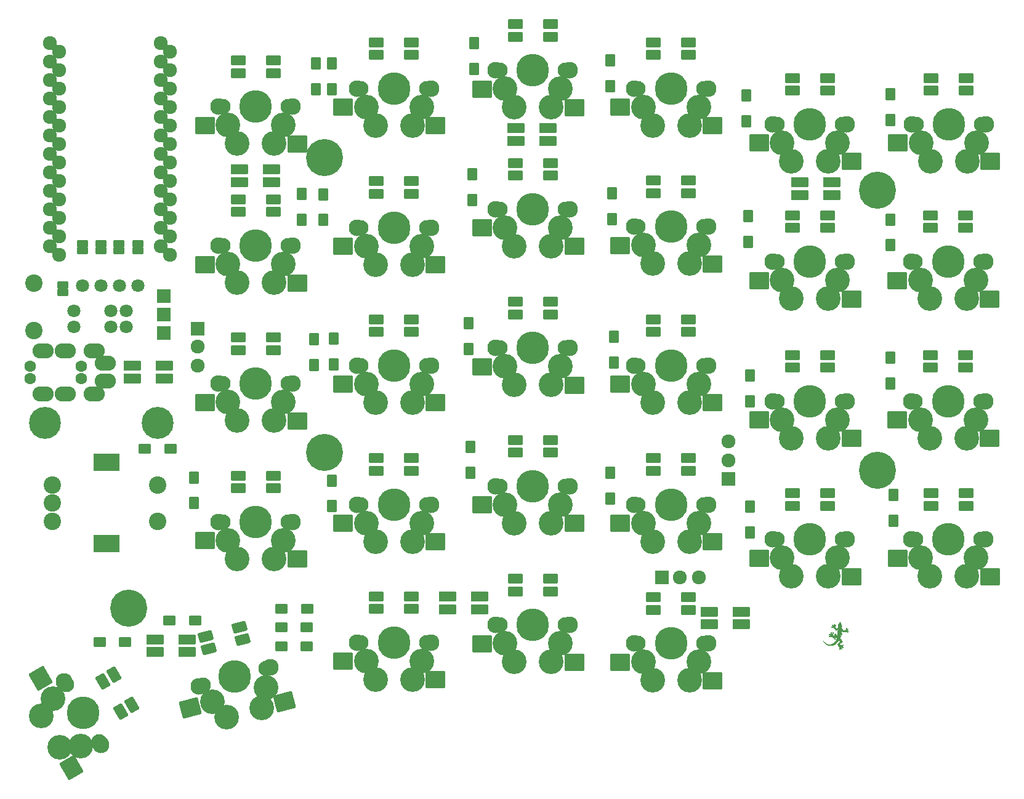
<source format=gts>
G04 #@! TF.GenerationSoftware,KiCad,Pcbnew,8.0.4*
G04 #@! TF.CreationDate,2024-08-04T16:07:20+05:30*
G04 #@! TF.ProjectId,SofleKeyboard,536f666c-654b-4657-9962-6f6172642e6b,rev?*
G04 #@! TF.SameCoordinates,Original*
G04 #@! TF.FileFunction,Soldermask,Top*
G04 #@! TF.FilePolarity,Negative*
%FSLAX46Y46*%
G04 Gerber Fmt 4.6, Leading zero omitted, Abs format (unit mm)*
G04 Created by KiCad (PCBNEW 8.0.4) date 2024-08-04 16:07:20*
%MOMM*%
%LPD*%
G01*
G04 APERTURE LIST*
G04 Aperture macros list*
%AMRoundRect*
0 Rectangle with rounded corners*
0 $1 Rounding radius*
0 $2 $3 $4 $5 $6 $7 $8 $9 X,Y pos of 4 corners*
0 Add a 4 corners polygon primitive as box body*
4,1,4,$2,$3,$4,$5,$6,$7,$8,$9,$2,$3,0*
0 Add four circle primitives for the rounded corners*
1,1,$1+$1,$2,$3*
1,1,$1+$1,$4,$5*
1,1,$1+$1,$6,$7*
1,1,$1+$1,$8,$9*
0 Add four rect primitives between the rounded corners*
20,1,$1+$1,$2,$3,$4,$5,0*
20,1,$1+$1,$4,$5,$6,$7,0*
20,1,$1+$1,$6,$7,$8,$9,0*
20,1,$1+$1,$8,$9,$2,$3,0*%
G04 Aperture macros list end*
%ADD10C,0.010000*%
%ADD11RoundRect,0.200000X-1.000000X-0.500000X1.000000X-0.500000X1.000000X0.500000X-1.000000X0.500000X0*%
%ADD12RoundRect,0.200000X1.000000X0.500000X-1.000000X0.500000X-1.000000X-0.500000X1.000000X-0.500000X0*%
%ADD13RoundRect,0.200000X-0.762000X0.762000X-0.762000X-0.762000X0.762000X-0.762000X0.762000X0.762000X0*%
%ADD14RoundRect,0.200000X0.762000X0.762000X-0.762000X0.762000X-0.762000X-0.762000X0.762000X-0.762000X0*%
%ADD15C,1.924000*%
%ADD16RoundRect,0.200000X0.762000X-0.762000X0.762000X0.762000X-0.762000X0.762000X-0.762000X-0.762000X0*%
%ADD17RoundRect,0.200000X0.800000X0.500000X-0.800000X0.500000X-0.800000X-0.500000X0.800000X-0.500000X0*%
%ADD18C,3.400000*%
%ADD19C,4.500000*%
%ADD20C,2.100000*%
%ADD21RoundRect,0.200000X-1.150000X-1.000000X1.150000X-1.000000X1.150000X1.000000X-1.150000X1.000000X0*%
%ADD22C,2.300000*%
%ADD23RoundRect,0.200000X-0.650000X-0.475000X0.650000X-0.475000X0.650000X0.475000X-0.650000X0.475000X0*%
%ADD24RoundRect,0.200000X-0.475000X0.650000X-0.475000X-0.650000X0.475000X-0.650000X0.475000X0.650000X0*%
%ADD25RoundRect,0.200000X-0.851996X-1.263568X1.369634X-0.668284X0.851996X1.263568X-1.369634X0.668284X0*%
%ADD26RoundRect,0.200000X0.643331X0.690018X-0.902150X0.275908X-0.643331X-0.690018X0.902150X-0.275908X0*%
%ADD27RoundRect,0.200000X-1.441025X0.495929X-0.291025X-1.495929X1.441025X-0.495929X0.291025X1.495929X0*%
%ADD28RoundRect,0.200000X0.833013X-0.442820X0.033013X0.942820X-0.833013X0.442820X-0.033013X-0.942820X0*%
%ADD29C,4.400000*%
%ADD30C,1.797000*%
%ADD31RoundRect,0.200000X-0.571500X0.317500X-0.571500X-0.317500X0.571500X-0.317500X0.571500X0.317500X0*%
%ADD32C,2.400000*%
%ADD33RoundRect,0.200000X0.571500X-0.317500X0.571500X0.317500X-0.571500X0.317500X-0.571500X-0.317500X0*%
%ADD34C,5.100000*%
%ADD35RoundRect,0.200000X-1.600000X-1.000000X1.600000X-1.000000X1.600000X1.000000X-1.600000X1.000000X0*%
%ADD36C,1.600000*%
%ADD37O,2.900000X2.100000*%
G04 APERTURE END LIST*
D10*
X200851318Y-120904032D02*
X200879566Y-120948878D01*
X200910606Y-121018368D01*
X200924278Y-121053363D01*
X200946844Y-121109544D01*
X200967741Y-121155842D01*
X200984739Y-121187691D01*
X200995612Y-121200526D01*
X200996125Y-121200595D01*
X201007513Y-121212147D01*
X201011992Y-121243160D01*
X201012000Y-121244792D01*
X201016997Y-121286612D01*
X201029270Y-121331809D01*
X201031708Y-121338243D01*
X201040080Y-121362436D01*
X201044426Y-121387074D01*
X201044778Y-121418171D01*
X201041165Y-121461743D01*
X201033616Y-121523805D01*
X201032658Y-121531171D01*
X201013898Y-121674841D01*
X201154872Y-121859995D01*
X201199855Y-121919074D01*
X201239325Y-121970909D01*
X201270787Y-122012224D01*
X201291748Y-122039744D01*
X201299674Y-122050143D01*
X201313704Y-122050137D01*
X201345604Y-122043278D01*
X201389384Y-122031427D01*
X201439058Y-122016447D01*
X201488637Y-122000200D01*
X201532132Y-121984549D01*
X201563556Y-121971356D01*
X201575376Y-121964398D01*
X201596102Y-121938792D01*
X201620849Y-121897920D01*
X201645846Y-121849484D01*
X201667324Y-121801187D01*
X201681511Y-121760730D01*
X201685100Y-121740268D01*
X201693261Y-121711887D01*
X201712639Y-121698151D01*
X201735574Y-121703704D01*
X201739610Y-121707230D01*
X201747711Y-121725419D01*
X201738756Y-121746844D01*
X201729490Y-121774125D01*
X201723922Y-121814532D01*
X201723200Y-121834571D01*
X201726946Y-121878386D01*
X201739701Y-121902353D01*
X201763732Y-121906956D01*
X201801311Y-121892678D01*
X201851845Y-121861918D01*
X201896550Y-121832694D01*
X201925006Y-121816692D01*
X201941757Y-121812548D01*
X201951347Y-121818898D01*
X201956832Y-121830396D01*
X201958613Y-121858223D01*
X201939343Y-121872436D01*
X201926717Y-121873700D01*
X201904223Y-121883822D01*
X201876807Y-121909034D01*
X201850696Y-121941604D01*
X201832118Y-121973800D01*
X201827172Y-121997289D01*
X201840575Y-122015955D01*
X201868790Y-122036072D01*
X201903392Y-122053490D01*
X201935955Y-122064061D01*
X201958055Y-122063635D01*
X201959715Y-122062560D01*
X201981588Y-122056743D01*
X202004269Y-122064223D01*
X202015097Y-122080685D01*
X202015105Y-122081433D01*
X202006737Y-122111269D01*
X201985707Y-122121722D01*
X201966950Y-122116311D01*
X201934941Y-122106136D01*
X201894157Y-122101960D01*
X201853043Y-122103474D01*
X201820045Y-122110373D01*
X201803648Y-122122245D01*
X201807824Y-122141525D01*
X201825994Y-122169735D01*
X201852145Y-122200156D01*
X201880265Y-122226069D01*
X201904341Y-122240755D01*
X201910810Y-122242000D01*
X201923501Y-122250785D01*
X201923970Y-122270531D01*
X201914464Y-122291321D01*
X201897228Y-122303239D01*
X201896924Y-122303299D01*
X201874724Y-122297040D01*
X201867287Y-122282805D01*
X201853162Y-122266503D01*
X201821302Y-122244374D01*
X201777773Y-122219464D01*
X201728638Y-122194819D01*
X201679963Y-122173484D01*
X201637813Y-122158507D01*
X201608696Y-122152933D01*
X201585049Y-122154720D01*
X201541811Y-122159741D01*
X201484485Y-122167294D01*
X201418573Y-122176677D01*
X201395794Y-122180069D01*
X201331186Y-122189436D01*
X201276188Y-122196728D01*
X201235344Y-122201395D01*
X201213198Y-122202888D01*
X201210582Y-122202461D01*
X201202850Y-122190453D01*
X201184297Y-122160898D01*
X201157459Y-122117852D01*
X201124868Y-122065373D01*
X201114033Y-122047887D01*
X201080281Y-121994209D01*
X201051348Y-121949739D01*
X201029750Y-121918227D01*
X201018004Y-121903425D01*
X201016718Y-121902847D01*
X201016221Y-121916252D01*
X201017225Y-121951575D01*
X201019569Y-122005393D01*
X201023092Y-122074278D01*
X201027630Y-122154805D01*
X201032195Y-122230310D01*
X201052293Y-122553150D01*
X200924235Y-122798899D01*
X200887146Y-122871453D01*
X200855074Y-122936857D01*
X200829605Y-122991654D01*
X200812321Y-123032389D01*
X200804808Y-123055605D01*
X200804914Y-123059249D01*
X200814650Y-123073371D01*
X200837103Y-123104880D01*
X200870019Y-123150643D01*
X200911142Y-123207531D01*
X200958217Y-123272410D01*
X200982930Y-123306386D01*
X201031738Y-123373707D01*
X201075293Y-123434305D01*
X201111431Y-123485125D01*
X201137987Y-123523114D01*
X201152797Y-123545217D01*
X201155128Y-123549381D01*
X201146186Y-123559580D01*
X201119520Y-123582363D01*
X201078007Y-123615460D01*
X201024525Y-123656601D01*
X200961953Y-123703513D01*
X200929450Y-123727476D01*
X200863158Y-123776368D01*
X200804118Y-123820442D01*
X200755304Y-123857436D01*
X200719686Y-123885088D01*
X200700237Y-123901136D01*
X200697524Y-123904032D01*
X200704771Y-123917292D01*
X200728480Y-123938562D01*
X200762775Y-123963763D01*
X200801777Y-123988821D01*
X200839608Y-124009657D01*
X200865950Y-124020839D01*
X200911836Y-124029922D01*
X200977894Y-124034321D01*
X201043750Y-124034175D01*
X201104907Y-124031721D01*
X201146276Y-124027641D01*
X201173462Y-124020895D01*
X201192070Y-124010443D01*
X201197715Y-124005604D01*
X201218302Y-123989050D01*
X201232568Y-123990003D01*
X201246071Y-124001885D01*
X201260095Y-124025517D01*
X201260380Y-124041726D01*
X201254043Y-124061187D01*
X201253300Y-124065488D01*
X201242231Y-124069205D01*
X201215531Y-124070798D01*
X201214777Y-124070800D01*
X201181477Y-124076577D01*
X201138350Y-124091359D01*
X201112393Y-124103161D01*
X201075523Y-124123540D01*
X201057043Y-124140044D01*
X201051813Y-124158357D01*
X201052490Y-124169379D01*
X201060655Y-124192615D01*
X201082454Y-124214699D01*
X201122752Y-124240414D01*
X201127498Y-124243095D01*
X201170395Y-124265607D01*
X201209172Y-124283330D01*
X201230872Y-124291067D01*
X201261086Y-124307217D01*
X201273480Y-124331960D01*
X201264664Y-124358159D01*
X201239736Y-124373852D01*
X201213588Y-124371340D01*
X201196604Y-124351630D01*
X201196580Y-124351557D01*
X201184439Y-124335989D01*
X201156234Y-124323518D01*
X201107350Y-124312119D01*
X201106189Y-124311899D01*
X201061200Y-124304096D01*
X201034146Y-124302285D01*
X201018149Y-124307023D01*
X201006334Y-124318867D01*
X201005418Y-124320067D01*
X200993412Y-124339540D01*
X200988086Y-124361828D01*
X200988776Y-124394397D01*
X200994529Y-124442609D01*
X201003705Y-124483200D01*
X201018434Y-124503337D01*
X201026307Y-124506700D01*
X201042654Y-124516329D01*
X201041173Y-124537066D01*
X201039220Y-124542693D01*
X201020518Y-124569723D01*
X200996584Y-124577086D01*
X200975108Y-124564570D01*
X200965858Y-124544699D01*
X200955533Y-124512443D01*
X200938996Y-124469388D01*
X200928199Y-124443925D01*
X200906494Y-124402148D01*
X200885400Y-124379869D01*
X200866907Y-124372674D01*
X200848938Y-124371182D01*
X200836424Y-124378440D01*
X200825552Y-124399456D01*
X200812509Y-124439235D01*
X200810077Y-124447305D01*
X200798515Y-124493116D01*
X200792396Y-124532470D01*
X200792781Y-124554780D01*
X200790636Y-124582634D01*
X200772993Y-124599417D01*
X200748441Y-124602110D01*
X200725573Y-124587697D01*
X200720613Y-124580133D01*
X200715358Y-124555782D01*
X200727852Y-124539370D01*
X200736811Y-124528222D01*
X200741885Y-124509795D01*
X200743451Y-124479159D01*
X200741886Y-124431383D01*
X200739369Y-124388811D01*
X200735863Y-124338646D01*
X200731217Y-124298358D01*
X200723348Y-124263756D01*
X200710173Y-124230648D01*
X200689611Y-124194843D01*
X200659578Y-124152149D01*
X200617991Y-124098374D01*
X200562767Y-124029327D01*
X200557478Y-124022744D01*
X200525793Y-123984556D01*
X200501581Y-123955072D01*
X200486060Y-123931175D01*
X200480445Y-123909746D01*
X200485952Y-123887667D01*
X200503798Y-123861818D01*
X200535198Y-123829081D01*
X200581368Y-123786338D01*
X200643525Y-123730471D01*
X200686648Y-123691490D01*
X200862946Y-123531215D01*
X200757883Y-123432707D01*
X200715446Y-123393541D01*
X200679790Y-123361801D01*
X200654922Y-123340976D01*
X200645084Y-123334448D01*
X200635540Y-123344630D01*
X200615898Y-123371920D01*
X200589327Y-123411764D01*
X200567966Y-123445224D01*
X200508908Y-123528294D01*
X200434258Y-123616610D01*
X200350686Y-123703183D01*
X200264860Y-123781026D01*
X200197314Y-123833560D01*
X200127594Y-123877960D01*
X200044176Y-123923371D01*
X199955621Y-123965697D01*
X199870488Y-124000837D01*
X199799150Y-124024214D01*
X199713402Y-124042799D01*
X199616572Y-124056921D01*
X199518518Y-124065588D01*
X199429103Y-124067808D01*
X199385867Y-124065816D01*
X199233972Y-124040813D01*
X199087418Y-123992030D01*
X198948297Y-123920877D01*
X198818702Y-123828765D01*
X198700724Y-123717106D01*
X198596454Y-123587309D01*
X198536483Y-123492950D01*
X198507210Y-123442150D01*
X198542446Y-123486600D01*
X198585444Y-123536400D01*
X198640761Y-123594071D01*
X198702775Y-123654340D01*
X198765862Y-123711931D01*
X198824399Y-123761569D01*
X198872763Y-123797981D01*
X198878400Y-123801721D01*
X199004824Y-123870651D01*
X199137971Y-123918911D01*
X199274051Y-123945852D01*
X199409274Y-123950823D01*
X199539851Y-123933173D01*
X199580955Y-123922369D01*
X199660725Y-123893860D01*
X199750993Y-123853771D01*
X199842584Y-123806592D01*
X199926325Y-123756812D01*
X199946337Y-123743550D01*
X200014796Y-123693689D01*
X200076117Y-123641145D01*
X200133341Y-123582288D01*
X200189512Y-123513490D01*
X200247670Y-123431122D01*
X200310859Y-123331556D01*
X200358154Y-123252344D01*
X200432200Y-123126039D01*
X200312525Y-123014936D01*
X200267749Y-122974694D01*
X200230051Y-122943325D01*
X200202951Y-122923572D01*
X200189967Y-122918175D01*
X200189388Y-122918991D01*
X200186936Y-122936795D01*
X200182714Y-122974592D01*
X200177284Y-123027084D01*
X200171212Y-123088971D01*
X200170338Y-123098129D01*
X200154750Y-123262109D01*
X199950948Y-123065576D01*
X199881935Y-122999500D01*
X199827894Y-122949121D01*
X199785920Y-122912089D01*
X199753107Y-122886058D01*
X199726550Y-122868680D01*
X199703343Y-122857608D01*
X199686751Y-122852132D01*
X199641100Y-122844084D01*
X199584559Y-122840868D01*
X199524141Y-122842064D01*
X199466857Y-122847253D01*
X199419719Y-122856016D01*
X199389737Y-122867934D01*
X199387069Y-122870043D01*
X199366436Y-122882646D01*
X199345959Y-122875093D01*
X199342856Y-122872883D01*
X199325131Y-122848751D01*
X199327941Y-122824377D01*
X199348741Y-122808520D01*
X199362151Y-122806509D01*
X199392008Y-122801155D01*
X199432243Y-122788243D01*
X199474479Y-122771207D01*
X199510340Y-122753477D01*
X199531451Y-122738486D01*
X199532921Y-122736536D01*
X199538294Y-122706468D01*
X199518513Y-122674683D01*
X199473754Y-122641400D01*
X199447154Y-122626828D01*
X199403867Y-122605441D01*
X199367190Y-122588466D01*
X199345125Y-122579602D01*
X199326911Y-122563337D01*
X199324380Y-122536868D01*
X199338140Y-122511239D01*
X199363798Y-122496845D01*
X199384716Y-122505471D01*
X199392285Y-122519935D01*
X199407965Y-122537818D01*
X199444654Y-122554069D01*
X199478866Y-122563859D01*
X199522206Y-122574226D01*
X199548495Y-122577600D01*
X199565190Y-122573658D01*
X199579749Y-122562075D01*
X199582523Y-122559347D01*
X199599271Y-122527710D01*
X199605718Y-122483250D01*
X199602215Y-122436065D01*
X199589112Y-122396249D01*
X199576287Y-122379664D01*
X199554269Y-122350124D01*
X199556407Y-122321306D01*
X199565270Y-122309509D01*
X199587803Y-122300544D01*
X199612280Y-122306461D01*
X199626943Y-122323549D01*
X199627698Y-122329206D01*
X199632561Y-122350947D01*
X199645284Y-122387628D01*
X199662274Y-122429325D01*
X199682313Y-122472297D01*
X199698211Y-122496435D01*
X199714327Y-122506838D01*
X199730115Y-122508700D01*
X199749407Y-122506006D01*
X199763029Y-122494183D01*
X199775163Y-122467615D01*
X199786165Y-122433438D01*
X199797289Y-122388956D01*
X199802745Y-122350878D01*
X199802022Y-122331672D01*
X199804827Y-122304694D01*
X199823511Y-122288385D01*
X199849304Y-122287270D01*
X199867058Y-122298115D01*
X199880503Y-122318616D01*
X199873508Y-122341045D01*
X199871926Y-122343632D01*
X199863985Y-122370301D01*
X199858677Y-122418609D01*
X199856369Y-122484894D01*
X199856300Y-122500131D01*
X199856300Y-122631608D01*
X199954458Y-122767758D01*
X199990263Y-122817889D01*
X200017070Y-122853877D01*
X200036623Y-122874241D01*
X200050662Y-122877498D01*
X200060930Y-122862168D01*
X200069169Y-122826767D01*
X200077120Y-122769814D01*
X200086526Y-122689826D01*
X200091023Y-122651575D01*
X200099427Y-122584901D01*
X200107476Y-122528172D01*
X200114487Y-122485697D01*
X200119776Y-122461783D01*
X200121708Y-122458104D01*
X200133028Y-122466297D01*
X200160170Y-122489038D01*
X200200184Y-122523761D01*
X200250122Y-122567903D01*
X200307035Y-122618897D01*
X200318815Y-122629530D01*
X200376385Y-122681288D01*
X200427192Y-122726453D01*
X200468381Y-122762530D01*
X200497097Y-122787023D01*
X200510485Y-122797436D01*
X200511083Y-122797601D01*
X200511331Y-122784505D01*
X200510091Y-122750703D01*
X200507581Y-122700832D01*
X200504018Y-122639527D01*
X200502589Y-122616650D01*
X200499029Y-122548195D01*
X200497622Y-122483160D01*
X200498542Y-122415824D01*
X200501965Y-122340471D01*
X200508064Y-122251382D01*
X200517016Y-122142839D01*
X200517101Y-122141862D01*
X200524220Y-122057940D01*
X200530255Y-121982878D01*
X200534948Y-121920233D01*
X200538040Y-121873560D01*
X200539273Y-121846417D01*
X200538988Y-121840954D01*
X200527089Y-121845274D01*
X200497466Y-121859906D01*
X200454473Y-121882606D01*
X200402465Y-121911130D01*
X200397917Y-121913667D01*
X200345449Y-121942523D01*
X200301725Y-121965695D01*
X200271069Y-121980956D01*
X200257803Y-121986078D01*
X200257616Y-121985975D01*
X200237327Y-121960222D01*
X200205400Y-121922131D01*
X200165149Y-121875416D01*
X200119886Y-121823791D01*
X200072926Y-121770970D01*
X200027580Y-121720667D01*
X199987163Y-121676596D01*
X199954988Y-121642470D01*
X199934367Y-121622004D01*
X199929372Y-121618026D01*
X199886066Y-121598180D01*
X199835672Y-121580003D01*
X199785080Y-121565384D01*
X199741179Y-121556210D01*
X199710857Y-121554370D01*
X199703858Y-121556222D01*
X199678879Y-121558383D01*
X199660010Y-121543098D01*
X199655677Y-121518218D01*
X199657276Y-121512834D01*
X199666239Y-121503451D01*
X199687184Y-121499194D01*
X199725167Y-121499504D01*
X199758374Y-121501660D01*
X199806577Y-121504864D01*
X199835295Y-121504548D01*
X199850347Y-121499407D01*
X199857553Y-121488136D01*
X199860294Y-121478797D01*
X199861213Y-121450641D01*
X199847785Y-121419205D01*
X199817631Y-121380287D01*
X199785306Y-121346352D01*
X199756490Y-121310940D01*
X199747746Y-121283914D01*
X199759240Y-121267707D01*
X199779701Y-121264100D01*
X199801406Y-121272952D01*
X199805522Y-121286325D01*
X199816272Y-121307368D01*
X199843191Y-121331479D01*
X199878337Y-121353735D01*
X199913765Y-121369215D01*
X199941536Y-121373000D01*
X199944327Y-121372326D01*
X199964459Y-121354677D01*
X199981788Y-121321074D01*
X199993375Y-121280960D01*
X199996278Y-121243780D01*
X199990775Y-121223141D01*
X199984760Y-121198657D01*
X199992289Y-121186530D01*
X200015176Y-121176958D01*
X200035915Y-121186782D01*
X200045483Y-121210944D01*
X200045337Y-121216273D01*
X200044253Y-121245843D01*
X200044328Y-121288178D01*
X200044824Y-121310243D01*
X200047924Y-121350675D01*
X200055669Y-121372301D01*
X200070455Y-121381617D01*
X200071233Y-121381826D01*
X200093788Y-121376149D01*
X200121993Y-121353866D01*
X200150127Y-121321085D01*
X200172466Y-121283913D01*
X200179435Y-121266350D01*
X200194931Y-121243779D01*
X200216036Y-121241134D01*
X200239453Y-121252634D01*
X200247321Y-121272096D01*
X200237543Y-121290056D01*
X200227930Y-121294792D01*
X200213385Y-121309956D01*
X200195517Y-121343496D01*
X200176629Y-121389017D01*
X200159025Y-121440127D01*
X200145009Y-121490432D01*
X200136885Y-121533538D01*
X200135752Y-121550606D01*
X200143653Y-121582520D01*
X200166229Y-121630604D01*
X200201888Y-121691517D01*
X200206230Y-121698371D01*
X200276655Y-121808792D01*
X200412552Y-121737703D01*
X200466038Y-121709472D01*
X200511262Y-121685129D01*
X200543464Y-121667270D01*
X200557881Y-121658489D01*
X200557889Y-121658482D01*
X200560779Y-121643248D01*
X200561334Y-121608246D01*
X200559605Y-121558997D01*
X200556511Y-121511748D01*
X200552100Y-121447974D01*
X200550905Y-121403072D01*
X200553347Y-121370671D01*
X200559844Y-121344398D01*
X200569018Y-121321798D01*
X200583996Y-121279579D01*
X200592144Y-121238687D01*
X200592621Y-121230106D01*
X200598970Y-121196906D01*
X200612930Y-121185656D01*
X200626269Y-121172905D01*
X200646877Y-121141243D01*
X200672088Y-121095136D01*
X200695016Y-121048200D01*
X200733707Y-120970369D01*
X200767056Y-120917000D01*
X200796690Y-120888130D01*
X200824235Y-120883795D01*
X200851318Y-120904032D01*
G36*
X200851318Y-120904032D02*
G01*
X200879566Y-120948878D01*
X200910606Y-121018368D01*
X200924278Y-121053363D01*
X200946844Y-121109544D01*
X200967741Y-121155842D01*
X200984739Y-121187691D01*
X200995612Y-121200526D01*
X200996125Y-121200595D01*
X201007513Y-121212147D01*
X201011992Y-121243160D01*
X201012000Y-121244792D01*
X201016997Y-121286612D01*
X201029270Y-121331809D01*
X201031708Y-121338243D01*
X201040080Y-121362436D01*
X201044426Y-121387074D01*
X201044778Y-121418171D01*
X201041165Y-121461743D01*
X201033616Y-121523805D01*
X201032658Y-121531171D01*
X201013898Y-121674841D01*
X201154872Y-121859995D01*
X201199855Y-121919074D01*
X201239325Y-121970909D01*
X201270787Y-122012224D01*
X201291748Y-122039744D01*
X201299674Y-122050143D01*
X201313704Y-122050137D01*
X201345604Y-122043278D01*
X201389384Y-122031427D01*
X201439058Y-122016447D01*
X201488637Y-122000200D01*
X201532132Y-121984549D01*
X201563556Y-121971356D01*
X201575376Y-121964398D01*
X201596102Y-121938792D01*
X201620849Y-121897920D01*
X201645846Y-121849484D01*
X201667324Y-121801187D01*
X201681511Y-121760730D01*
X201685100Y-121740268D01*
X201693261Y-121711887D01*
X201712639Y-121698151D01*
X201735574Y-121703704D01*
X201739610Y-121707230D01*
X201747711Y-121725419D01*
X201738756Y-121746844D01*
X201729490Y-121774125D01*
X201723922Y-121814532D01*
X201723200Y-121834571D01*
X201726946Y-121878386D01*
X201739701Y-121902353D01*
X201763732Y-121906956D01*
X201801311Y-121892678D01*
X201851845Y-121861918D01*
X201896550Y-121832694D01*
X201925006Y-121816692D01*
X201941757Y-121812548D01*
X201951347Y-121818898D01*
X201956832Y-121830396D01*
X201958613Y-121858223D01*
X201939343Y-121872436D01*
X201926717Y-121873700D01*
X201904223Y-121883822D01*
X201876807Y-121909034D01*
X201850696Y-121941604D01*
X201832118Y-121973800D01*
X201827172Y-121997289D01*
X201840575Y-122015955D01*
X201868790Y-122036072D01*
X201903392Y-122053490D01*
X201935955Y-122064061D01*
X201958055Y-122063635D01*
X201959715Y-122062560D01*
X201981588Y-122056743D01*
X202004269Y-122064223D01*
X202015097Y-122080685D01*
X202015105Y-122081433D01*
X202006737Y-122111269D01*
X201985707Y-122121722D01*
X201966950Y-122116311D01*
X201934941Y-122106136D01*
X201894157Y-122101960D01*
X201853043Y-122103474D01*
X201820045Y-122110373D01*
X201803648Y-122122245D01*
X201807824Y-122141525D01*
X201825994Y-122169735D01*
X201852145Y-122200156D01*
X201880265Y-122226069D01*
X201904341Y-122240755D01*
X201910810Y-122242000D01*
X201923501Y-122250785D01*
X201923970Y-122270531D01*
X201914464Y-122291321D01*
X201897228Y-122303239D01*
X201896924Y-122303299D01*
X201874724Y-122297040D01*
X201867287Y-122282805D01*
X201853162Y-122266503D01*
X201821302Y-122244374D01*
X201777773Y-122219464D01*
X201728638Y-122194819D01*
X201679963Y-122173484D01*
X201637813Y-122158507D01*
X201608696Y-122152933D01*
X201585049Y-122154720D01*
X201541811Y-122159741D01*
X201484485Y-122167294D01*
X201418573Y-122176677D01*
X201395794Y-122180069D01*
X201331186Y-122189436D01*
X201276188Y-122196728D01*
X201235344Y-122201395D01*
X201213198Y-122202888D01*
X201210582Y-122202461D01*
X201202850Y-122190453D01*
X201184297Y-122160898D01*
X201157459Y-122117852D01*
X201124868Y-122065373D01*
X201114033Y-122047887D01*
X201080281Y-121994209D01*
X201051348Y-121949739D01*
X201029750Y-121918227D01*
X201018004Y-121903425D01*
X201016718Y-121902847D01*
X201016221Y-121916252D01*
X201017225Y-121951575D01*
X201019569Y-122005393D01*
X201023092Y-122074278D01*
X201027630Y-122154805D01*
X201032195Y-122230310D01*
X201052293Y-122553150D01*
X200924235Y-122798899D01*
X200887146Y-122871453D01*
X200855074Y-122936857D01*
X200829605Y-122991654D01*
X200812321Y-123032389D01*
X200804808Y-123055605D01*
X200804914Y-123059249D01*
X200814650Y-123073371D01*
X200837103Y-123104880D01*
X200870019Y-123150643D01*
X200911142Y-123207531D01*
X200958217Y-123272410D01*
X200982930Y-123306386D01*
X201031738Y-123373707D01*
X201075293Y-123434305D01*
X201111431Y-123485125D01*
X201137987Y-123523114D01*
X201152797Y-123545217D01*
X201155128Y-123549381D01*
X201146186Y-123559580D01*
X201119520Y-123582363D01*
X201078007Y-123615460D01*
X201024525Y-123656601D01*
X200961953Y-123703513D01*
X200929450Y-123727476D01*
X200863158Y-123776368D01*
X200804118Y-123820442D01*
X200755304Y-123857436D01*
X200719686Y-123885088D01*
X200700237Y-123901136D01*
X200697524Y-123904032D01*
X200704771Y-123917292D01*
X200728480Y-123938562D01*
X200762775Y-123963763D01*
X200801777Y-123988821D01*
X200839608Y-124009657D01*
X200865950Y-124020839D01*
X200911836Y-124029922D01*
X200977894Y-124034321D01*
X201043750Y-124034175D01*
X201104907Y-124031721D01*
X201146276Y-124027641D01*
X201173462Y-124020895D01*
X201192070Y-124010443D01*
X201197715Y-124005604D01*
X201218302Y-123989050D01*
X201232568Y-123990003D01*
X201246071Y-124001885D01*
X201260095Y-124025517D01*
X201260380Y-124041726D01*
X201254043Y-124061187D01*
X201253300Y-124065488D01*
X201242231Y-124069205D01*
X201215531Y-124070798D01*
X201214777Y-124070800D01*
X201181477Y-124076577D01*
X201138350Y-124091359D01*
X201112393Y-124103161D01*
X201075523Y-124123540D01*
X201057043Y-124140044D01*
X201051813Y-124158357D01*
X201052490Y-124169379D01*
X201060655Y-124192615D01*
X201082454Y-124214699D01*
X201122752Y-124240414D01*
X201127498Y-124243095D01*
X201170395Y-124265607D01*
X201209172Y-124283330D01*
X201230872Y-124291067D01*
X201261086Y-124307217D01*
X201273480Y-124331960D01*
X201264664Y-124358159D01*
X201239736Y-124373852D01*
X201213588Y-124371340D01*
X201196604Y-124351630D01*
X201196580Y-124351557D01*
X201184439Y-124335989D01*
X201156234Y-124323518D01*
X201107350Y-124312119D01*
X201106189Y-124311899D01*
X201061200Y-124304096D01*
X201034146Y-124302285D01*
X201018149Y-124307023D01*
X201006334Y-124318867D01*
X201005418Y-124320067D01*
X200993412Y-124339540D01*
X200988086Y-124361828D01*
X200988776Y-124394397D01*
X200994529Y-124442609D01*
X201003705Y-124483200D01*
X201018434Y-124503337D01*
X201026307Y-124506700D01*
X201042654Y-124516329D01*
X201041173Y-124537066D01*
X201039220Y-124542693D01*
X201020518Y-124569723D01*
X200996584Y-124577086D01*
X200975108Y-124564570D01*
X200965858Y-124544699D01*
X200955533Y-124512443D01*
X200938996Y-124469388D01*
X200928199Y-124443925D01*
X200906494Y-124402148D01*
X200885400Y-124379869D01*
X200866907Y-124372674D01*
X200848938Y-124371182D01*
X200836424Y-124378440D01*
X200825552Y-124399456D01*
X200812509Y-124439235D01*
X200810077Y-124447305D01*
X200798515Y-124493116D01*
X200792396Y-124532470D01*
X200792781Y-124554780D01*
X200790636Y-124582634D01*
X200772993Y-124599417D01*
X200748441Y-124602110D01*
X200725573Y-124587697D01*
X200720613Y-124580133D01*
X200715358Y-124555782D01*
X200727852Y-124539370D01*
X200736811Y-124528222D01*
X200741885Y-124509795D01*
X200743451Y-124479159D01*
X200741886Y-124431383D01*
X200739369Y-124388811D01*
X200735863Y-124338646D01*
X200731217Y-124298358D01*
X200723348Y-124263756D01*
X200710173Y-124230648D01*
X200689611Y-124194843D01*
X200659578Y-124152149D01*
X200617991Y-124098374D01*
X200562767Y-124029327D01*
X200557478Y-124022744D01*
X200525793Y-123984556D01*
X200501581Y-123955072D01*
X200486060Y-123931175D01*
X200480445Y-123909746D01*
X200485952Y-123887667D01*
X200503798Y-123861818D01*
X200535198Y-123829081D01*
X200581368Y-123786338D01*
X200643525Y-123730471D01*
X200686648Y-123691490D01*
X200862946Y-123531215D01*
X200757883Y-123432707D01*
X200715446Y-123393541D01*
X200679790Y-123361801D01*
X200654922Y-123340976D01*
X200645084Y-123334448D01*
X200635540Y-123344630D01*
X200615898Y-123371920D01*
X200589327Y-123411764D01*
X200567966Y-123445224D01*
X200508908Y-123528294D01*
X200434258Y-123616610D01*
X200350686Y-123703183D01*
X200264860Y-123781026D01*
X200197314Y-123833560D01*
X200127594Y-123877960D01*
X200044176Y-123923371D01*
X199955621Y-123965697D01*
X199870488Y-124000837D01*
X199799150Y-124024214D01*
X199713402Y-124042799D01*
X199616572Y-124056921D01*
X199518518Y-124065588D01*
X199429103Y-124067808D01*
X199385867Y-124065816D01*
X199233972Y-124040813D01*
X199087418Y-123992030D01*
X198948297Y-123920877D01*
X198818702Y-123828765D01*
X198700724Y-123717106D01*
X198596454Y-123587309D01*
X198536483Y-123492950D01*
X198507210Y-123442150D01*
X198542446Y-123486600D01*
X198585444Y-123536400D01*
X198640761Y-123594071D01*
X198702775Y-123654340D01*
X198765862Y-123711931D01*
X198824399Y-123761569D01*
X198872763Y-123797981D01*
X198878400Y-123801721D01*
X199004824Y-123870651D01*
X199137971Y-123918911D01*
X199274051Y-123945852D01*
X199409274Y-123950823D01*
X199539851Y-123933173D01*
X199580955Y-123922369D01*
X199660725Y-123893860D01*
X199750993Y-123853771D01*
X199842584Y-123806592D01*
X199926325Y-123756812D01*
X199946337Y-123743550D01*
X200014796Y-123693689D01*
X200076117Y-123641145D01*
X200133341Y-123582288D01*
X200189512Y-123513490D01*
X200247670Y-123431122D01*
X200310859Y-123331556D01*
X200358154Y-123252344D01*
X200432200Y-123126039D01*
X200312525Y-123014936D01*
X200267749Y-122974694D01*
X200230051Y-122943325D01*
X200202951Y-122923572D01*
X200189967Y-122918175D01*
X200189388Y-122918991D01*
X200186936Y-122936795D01*
X200182714Y-122974592D01*
X200177284Y-123027084D01*
X200171212Y-123088971D01*
X200170338Y-123098129D01*
X200154750Y-123262109D01*
X199950948Y-123065576D01*
X199881935Y-122999500D01*
X199827894Y-122949121D01*
X199785920Y-122912089D01*
X199753107Y-122886058D01*
X199726550Y-122868680D01*
X199703343Y-122857608D01*
X199686751Y-122852132D01*
X199641100Y-122844084D01*
X199584559Y-122840868D01*
X199524141Y-122842064D01*
X199466857Y-122847253D01*
X199419719Y-122856016D01*
X199389737Y-122867934D01*
X199387069Y-122870043D01*
X199366436Y-122882646D01*
X199345959Y-122875093D01*
X199342856Y-122872883D01*
X199325131Y-122848751D01*
X199327941Y-122824377D01*
X199348741Y-122808520D01*
X199362151Y-122806509D01*
X199392008Y-122801155D01*
X199432243Y-122788243D01*
X199474479Y-122771207D01*
X199510340Y-122753477D01*
X199531451Y-122738486D01*
X199532921Y-122736536D01*
X199538294Y-122706468D01*
X199518513Y-122674683D01*
X199473754Y-122641400D01*
X199447154Y-122626828D01*
X199403867Y-122605441D01*
X199367190Y-122588466D01*
X199345125Y-122579602D01*
X199326911Y-122563337D01*
X199324380Y-122536868D01*
X199338140Y-122511239D01*
X199363798Y-122496845D01*
X199384716Y-122505471D01*
X199392285Y-122519935D01*
X199407965Y-122537818D01*
X199444654Y-122554069D01*
X199478866Y-122563859D01*
X199522206Y-122574226D01*
X199548495Y-122577600D01*
X199565190Y-122573658D01*
X199579749Y-122562075D01*
X199582523Y-122559347D01*
X199599271Y-122527710D01*
X199605718Y-122483250D01*
X199602215Y-122436065D01*
X199589112Y-122396249D01*
X199576287Y-122379664D01*
X199554269Y-122350124D01*
X199556407Y-122321306D01*
X199565270Y-122309509D01*
X199587803Y-122300544D01*
X199612280Y-122306461D01*
X199626943Y-122323549D01*
X199627698Y-122329206D01*
X199632561Y-122350947D01*
X199645284Y-122387628D01*
X199662274Y-122429325D01*
X199682313Y-122472297D01*
X199698211Y-122496435D01*
X199714327Y-122506838D01*
X199730115Y-122508700D01*
X199749407Y-122506006D01*
X199763029Y-122494183D01*
X199775163Y-122467615D01*
X199786165Y-122433438D01*
X199797289Y-122388956D01*
X199802745Y-122350878D01*
X199802022Y-122331672D01*
X199804827Y-122304694D01*
X199823511Y-122288385D01*
X199849304Y-122287270D01*
X199867058Y-122298115D01*
X199880503Y-122318616D01*
X199873508Y-122341045D01*
X199871926Y-122343632D01*
X199863985Y-122370301D01*
X199858677Y-122418609D01*
X199856369Y-122484894D01*
X199856300Y-122500131D01*
X199856300Y-122631608D01*
X199954458Y-122767758D01*
X199990263Y-122817889D01*
X200017070Y-122853877D01*
X200036623Y-122874241D01*
X200050662Y-122877498D01*
X200060930Y-122862168D01*
X200069169Y-122826767D01*
X200077120Y-122769814D01*
X200086526Y-122689826D01*
X200091023Y-122651575D01*
X200099427Y-122584901D01*
X200107476Y-122528172D01*
X200114487Y-122485697D01*
X200119776Y-122461783D01*
X200121708Y-122458104D01*
X200133028Y-122466297D01*
X200160170Y-122489038D01*
X200200184Y-122523761D01*
X200250122Y-122567903D01*
X200307035Y-122618897D01*
X200318815Y-122629530D01*
X200376385Y-122681288D01*
X200427192Y-122726453D01*
X200468381Y-122762530D01*
X200497097Y-122787023D01*
X200510485Y-122797436D01*
X200511083Y-122797601D01*
X200511331Y-122784505D01*
X200510091Y-122750703D01*
X200507581Y-122700832D01*
X200504018Y-122639527D01*
X200502589Y-122616650D01*
X200499029Y-122548195D01*
X200497622Y-122483160D01*
X200498542Y-122415824D01*
X200501965Y-122340471D01*
X200508064Y-122251382D01*
X200517016Y-122142839D01*
X200517101Y-122141862D01*
X200524220Y-122057940D01*
X200530255Y-121982878D01*
X200534948Y-121920233D01*
X200538040Y-121873560D01*
X200539273Y-121846417D01*
X200538988Y-121840954D01*
X200527089Y-121845274D01*
X200497466Y-121859906D01*
X200454473Y-121882606D01*
X200402465Y-121911130D01*
X200397917Y-121913667D01*
X200345449Y-121942523D01*
X200301725Y-121965695D01*
X200271069Y-121980956D01*
X200257803Y-121986078D01*
X200257616Y-121985975D01*
X200237327Y-121960222D01*
X200205400Y-121922131D01*
X200165149Y-121875416D01*
X200119886Y-121823791D01*
X200072926Y-121770970D01*
X200027580Y-121720667D01*
X199987163Y-121676596D01*
X199954988Y-121642470D01*
X199934367Y-121622004D01*
X199929372Y-121618026D01*
X199886066Y-121598180D01*
X199835672Y-121580003D01*
X199785080Y-121565384D01*
X199741179Y-121556210D01*
X199710857Y-121554370D01*
X199703858Y-121556222D01*
X199678879Y-121558383D01*
X199660010Y-121543098D01*
X199655677Y-121518218D01*
X199657276Y-121512834D01*
X199666239Y-121503451D01*
X199687184Y-121499194D01*
X199725167Y-121499504D01*
X199758374Y-121501660D01*
X199806577Y-121504864D01*
X199835295Y-121504548D01*
X199850347Y-121499407D01*
X199857553Y-121488136D01*
X199860294Y-121478797D01*
X199861213Y-121450641D01*
X199847785Y-121419205D01*
X199817631Y-121380287D01*
X199785306Y-121346352D01*
X199756490Y-121310940D01*
X199747746Y-121283914D01*
X199759240Y-121267707D01*
X199779701Y-121264100D01*
X199801406Y-121272952D01*
X199805522Y-121286325D01*
X199816272Y-121307368D01*
X199843191Y-121331479D01*
X199878337Y-121353735D01*
X199913765Y-121369215D01*
X199941536Y-121373000D01*
X199944327Y-121372326D01*
X199964459Y-121354677D01*
X199981788Y-121321074D01*
X199993375Y-121280960D01*
X199996278Y-121243780D01*
X199990775Y-121223141D01*
X199984760Y-121198657D01*
X199992289Y-121186530D01*
X200015176Y-121176958D01*
X200035915Y-121186782D01*
X200045483Y-121210944D01*
X200045337Y-121216273D01*
X200044253Y-121245843D01*
X200044328Y-121288178D01*
X200044824Y-121310243D01*
X200047924Y-121350675D01*
X200055669Y-121372301D01*
X200070455Y-121381617D01*
X200071233Y-121381826D01*
X200093788Y-121376149D01*
X200121993Y-121353866D01*
X200150127Y-121321085D01*
X200172466Y-121283913D01*
X200179435Y-121266350D01*
X200194931Y-121243779D01*
X200216036Y-121241134D01*
X200239453Y-121252634D01*
X200247321Y-121272096D01*
X200237543Y-121290056D01*
X200227930Y-121294792D01*
X200213385Y-121309956D01*
X200195517Y-121343496D01*
X200176629Y-121389017D01*
X200159025Y-121440127D01*
X200145009Y-121490432D01*
X200136885Y-121533538D01*
X200135752Y-121550606D01*
X200143653Y-121582520D01*
X200166229Y-121630604D01*
X200201888Y-121691517D01*
X200206230Y-121698371D01*
X200276655Y-121808792D01*
X200412552Y-121737703D01*
X200466038Y-121709472D01*
X200511262Y-121685129D01*
X200543464Y-121667270D01*
X200557881Y-121658489D01*
X200557889Y-121658482D01*
X200560779Y-121643248D01*
X200561334Y-121608246D01*
X200559605Y-121558997D01*
X200556511Y-121511748D01*
X200552100Y-121447974D01*
X200550905Y-121403072D01*
X200553347Y-121370671D01*
X200559844Y-121344398D01*
X200569018Y-121321798D01*
X200583996Y-121279579D01*
X200592144Y-121238687D01*
X200592621Y-121230106D01*
X200598970Y-121196906D01*
X200612930Y-121185656D01*
X200626269Y-121172905D01*
X200646877Y-121141243D01*
X200672088Y-121095136D01*
X200695016Y-121048200D01*
X200733707Y-120970369D01*
X200767056Y-120917000D01*
X200796690Y-120888130D01*
X200824235Y-120883795D01*
X200851318Y-120904032D01*
G37*
D11*
X106650000Y-125005000D03*
X106650000Y-123255000D03*
X111050000Y-125005000D03*
X111050000Y-123255000D03*
D12*
X122700000Y-58625000D03*
X122700000Y-60375000D03*
X118300000Y-58625000D03*
X118300000Y-60375000D03*
D11*
X156300000Y-54665000D03*
X156300000Y-52915000D03*
X160700000Y-54665000D03*
X160700000Y-52915000D03*
D12*
X199700000Y-60375000D03*
X199700000Y-62125000D03*
X195300000Y-60375000D03*
X195300000Y-62125000D03*
D11*
X146883600Y-119137600D03*
X146883600Y-117387600D03*
X151283600Y-119137600D03*
X151283600Y-117387600D03*
X182850000Y-121195000D03*
X182850000Y-119445000D03*
X187250000Y-121195000D03*
X187250000Y-119445000D03*
X103550000Y-87375000D03*
X103550000Y-85625000D03*
X107950000Y-87375000D03*
X107950000Y-85625000D03*
D13*
X107900000Y-81100000D03*
D14*
X107900000Y-78600000D03*
X107900000Y-76000000D03*
D15*
X112500000Y-85600000D03*
X112500000Y-83000000D03*
D16*
X112500000Y-80500000D03*
D17*
X218200000Y-47775000D03*
X218200000Y-46025000D03*
X213400000Y-47775000D03*
X213400000Y-46025000D03*
D18*
X213260000Y-57480000D03*
D19*
X215800000Y-52400000D03*
D18*
X219610000Y-54940000D03*
D20*
X220300000Y-52400000D03*
D21*
X208800000Y-54980000D03*
X221500000Y-57520000D03*
D18*
X218340000Y-57480000D03*
D20*
X211300000Y-52400000D03*
D22*
X210720000Y-52400000D03*
D18*
X211990000Y-54940001D03*
D22*
X220880000Y-52400000D03*
X163680000Y-102190000D03*
D18*
X154790000Y-104730001D03*
D22*
X153520000Y-102190000D03*
D20*
X154100000Y-102190000D03*
D18*
X161140000Y-107270000D03*
D21*
X164300000Y-107310000D03*
X151600000Y-104770000D03*
D20*
X163100000Y-102190000D03*
D18*
X162410000Y-104730000D03*
D19*
X158600000Y-102190000D03*
D18*
X156060000Y-107270000D03*
D17*
X156200000Y-95815000D03*
X156200000Y-97565000D03*
X161000000Y-95815000D03*
X161000000Y-97565000D03*
D22*
X201780000Y-109500000D03*
D18*
X192890000Y-112040001D03*
D22*
X191620000Y-109500000D03*
D20*
X192200000Y-109500000D03*
D18*
X199240000Y-114580000D03*
D21*
X202400000Y-114620000D03*
X189700000Y-112080000D03*
D20*
X201200000Y-109500000D03*
D18*
X200510000Y-112040000D03*
D19*
X196700000Y-109500000D03*
D18*
X194160000Y-114580000D03*
D17*
X194300000Y-103125000D03*
X194300000Y-104875000D03*
X199100000Y-103125000D03*
X199100000Y-104875000D03*
D22*
X220780000Y-71300000D03*
D18*
X211890000Y-73840001D03*
D22*
X210620000Y-71300000D03*
D20*
X211200000Y-71300000D03*
D18*
X218240000Y-76380000D03*
D21*
X221400000Y-76420000D03*
X208700000Y-73880000D03*
D20*
X220200000Y-71300000D03*
D18*
X219510000Y-73840000D03*
D19*
X215700000Y-71300000D03*
D18*
X213160000Y-76380000D03*
D17*
X213300000Y-64925000D03*
X213300000Y-66675000D03*
X218100000Y-64925000D03*
X218100000Y-66675000D03*
D22*
X201780000Y-71300000D03*
D18*
X192890000Y-73840001D03*
D22*
X191620000Y-71300000D03*
D20*
X192200000Y-71300000D03*
D18*
X199240000Y-76380000D03*
D21*
X202400000Y-76420000D03*
X189700000Y-73880000D03*
D20*
X201200000Y-71300000D03*
D18*
X200510000Y-73840000D03*
D19*
X196700000Y-71300000D03*
D18*
X194160000Y-76380000D03*
D17*
X194300000Y-64925000D03*
X194300000Y-66675000D03*
X199100000Y-64925000D03*
X199100000Y-66675000D03*
D22*
X201780000Y-90500000D03*
D18*
X192890000Y-93040001D03*
D22*
X191620000Y-90500000D03*
D20*
X192200000Y-90500000D03*
D18*
X199240000Y-95580000D03*
D21*
X202400000Y-95620000D03*
X189700000Y-93080000D03*
D20*
X201200000Y-90500000D03*
D18*
X200510000Y-93040000D03*
D19*
X196700000Y-90500000D03*
D18*
X194160000Y-95580000D03*
D17*
X194300000Y-84125000D03*
X194300000Y-85875000D03*
X199100000Y-84125000D03*
X199100000Y-85875000D03*
D22*
X144580000Y-47500000D03*
D18*
X135690000Y-50040001D03*
D22*
X134420000Y-47500000D03*
D20*
X135000000Y-47500000D03*
D18*
X142040000Y-52580000D03*
D21*
X145200000Y-52620000D03*
X132500000Y-50080000D03*
D20*
X144000000Y-47500000D03*
D18*
X143310000Y-50040000D03*
D19*
X139500000Y-47500000D03*
D18*
X136960000Y-52580000D03*
D17*
X137100000Y-41125000D03*
X137100000Y-42875000D03*
X141900000Y-41125000D03*
X141900000Y-42875000D03*
D23*
X124030000Y-119020000D03*
X127580000Y-119020000D03*
X127550000Y-121600000D03*
X124000000Y-121600000D03*
X124000000Y-124200000D03*
X127550000Y-124200000D03*
X108649800Y-120624800D03*
X112199800Y-120624800D03*
X99025000Y-123600000D03*
X102575000Y-123600000D03*
X105225000Y-97000000D03*
X108775000Y-97000000D03*
D24*
X208200000Y-103400000D03*
X208200000Y-106950000D03*
X188500000Y-104975000D03*
X188500000Y-108525000D03*
X169250000Y-100375000D03*
X169250000Y-103925000D03*
X150000000Y-96790000D03*
X150000000Y-100340000D03*
X131000000Y-101400000D03*
X131000000Y-104950000D03*
X112000000Y-100975000D03*
X112000000Y-104525000D03*
X207750000Y-84500000D03*
X207750000Y-88050000D03*
X188500000Y-87000000D03*
X188500000Y-90550000D03*
X169725000Y-81650000D03*
X169725000Y-85200000D03*
X149750000Y-79790000D03*
X149750000Y-83340000D03*
X131250000Y-81900000D03*
X131250000Y-85450000D03*
X128500000Y-82000000D03*
X128500000Y-85550000D03*
X207750000Y-65500000D03*
X207750000Y-69050000D03*
X188250000Y-65000000D03*
X188250000Y-68550000D03*
X169500000Y-61875000D03*
X169500000Y-65425000D03*
X150250000Y-59290000D03*
X150250000Y-62840000D03*
X129800000Y-62025000D03*
X129800000Y-65575000D03*
X126800000Y-62000000D03*
X126800000Y-65550000D03*
X207750000Y-48250000D03*
X207750000Y-51800000D03*
X188000000Y-48475000D03*
X188000000Y-52025000D03*
X169250000Y-43650000D03*
X169250000Y-47200000D03*
X150500000Y-41265000D03*
X150500000Y-44815000D03*
X131000000Y-44005500D03*
X131000000Y-47555500D03*
X128750000Y-44000000D03*
X128750000Y-47550000D03*
D22*
X182680000Y-123800000D03*
D18*
X173790000Y-126340001D03*
D22*
X172520000Y-123800000D03*
D20*
X173100000Y-123800000D03*
D18*
X180140000Y-128880000D03*
D21*
X183300000Y-128920000D03*
X170600000Y-126380000D03*
D20*
X182100000Y-123800000D03*
D18*
X181410000Y-126340000D03*
D19*
X177600000Y-123800000D03*
D18*
X175060000Y-128880000D03*
D17*
X175200000Y-117425000D03*
X175200000Y-119175000D03*
X180000000Y-117425000D03*
X180000000Y-119175000D03*
D22*
X163680000Y-121290000D03*
D18*
X154790000Y-123830001D03*
D22*
X153520000Y-121290000D03*
D20*
X154100000Y-121290000D03*
D18*
X161140000Y-126370000D03*
D21*
X164300000Y-126410000D03*
X151600000Y-123870000D03*
D20*
X163100000Y-121290000D03*
D18*
X162410000Y-123830000D03*
D19*
X158600000Y-121290000D03*
D18*
X156060000Y-126370000D03*
D17*
X156200000Y-114915000D03*
X156200000Y-116665000D03*
X161000000Y-114915000D03*
X161000000Y-116665000D03*
D22*
X144580000Y-123700000D03*
D18*
X135690000Y-126240001D03*
D22*
X134420000Y-123700000D03*
D20*
X135000000Y-123700000D03*
D18*
X142040000Y-128780000D03*
D21*
X145200000Y-128820000D03*
X132500000Y-126280000D03*
D20*
X144000000Y-123700000D03*
D18*
X143310000Y-126240000D03*
D19*
X139500000Y-123700000D03*
D18*
X136960000Y-128780000D03*
D17*
X137100000Y-117325000D03*
X137100000Y-119075000D03*
X141900000Y-117325000D03*
X141900000Y-119075000D03*
D22*
X122506903Y-127085199D03*
D18*
X114577223Y-131839553D03*
D22*
X112693097Y-129714801D03*
D20*
X113253334Y-129564686D03*
D18*
X121368252Y-132649503D03*
D25*
X124430931Y-131870272D03*
X111506272Y-132703822D03*
D20*
X121946666Y-127235314D03*
D18*
X121937578Y-129867351D03*
D19*
X117600000Y-128400000D03*
D18*
X116461349Y-133964304D03*
D26*
X113631807Y-122863389D03*
X114084740Y-124553759D03*
X118268251Y-121621057D03*
X118721184Y-123311427D03*
D22*
X99250000Y-137799409D03*
D18*
X92605295Y-131370444D03*
D22*
X94170000Y-129000591D03*
D20*
X94460000Y-129502886D03*
D18*
X93580591Y-138139705D03*
D27*
X95125950Y-140896345D03*
X90975654Y-128627822D03*
D20*
X98960000Y-137297114D03*
D18*
X96415295Y-137969557D03*
D19*
X96750000Y-133330000D03*
D18*
X91040591Y-133740295D03*
D28*
X101030912Y-128134039D03*
X99515367Y-129009039D03*
X103430912Y-132290961D03*
X101915367Y-133165961D03*
D22*
X220830000Y-109500000D03*
D18*
X211940000Y-112040001D03*
D22*
X210670000Y-109500000D03*
D20*
X211250000Y-109500000D03*
D18*
X218290000Y-114580000D03*
D21*
X221450000Y-114620000D03*
X208750000Y-112080000D03*
D20*
X220250000Y-109500000D03*
D18*
X219560000Y-112040000D03*
D19*
X215750000Y-109500000D03*
D18*
X213210000Y-114580000D03*
D17*
X213350000Y-103125000D03*
X213350000Y-104875000D03*
X218150000Y-103125000D03*
X218150000Y-104875000D03*
D22*
X182680000Y-104700000D03*
D18*
X173790000Y-107240001D03*
D22*
X172520000Y-104700000D03*
D20*
X173100000Y-104700000D03*
D18*
X180140000Y-109780000D03*
D21*
X183300000Y-109820000D03*
X170600000Y-107280000D03*
D20*
X182100000Y-104700000D03*
D18*
X181410000Y-107240000D03*
D19*
X177600000Y-104700000D03*
D18*
X175060000Y-109780000D03*
D17*
X175200000Y-98325000D03*
X175200000Y-100075000D03*
X180000000Y-98325000D03*
X180000000Y-100075000D03*
D22*
X144580000Y-104700000D03*
D18*
X135690000Y-107240001D03*
D22*
X134420000Y-104700000D03*
D20*
X135000000Y-104700000D03*
D18*
X142040000Y-109780000D03*
D21*
X145200000Y-109820000D03*
X132500000Y-107280000D03*
D20*
X144000000Y-104700000D03*
D18*
X143310000Y-107240000D03*
D19*
X139500000Y-104700000D03*
D18*
X136960000Y-109780000D03*
D17*
X137100000Y-98325000D03*
X137100000Y-100075000D03*
X141900000Y-98325000D03*
X141900000Y-100075000D03*
D22*
X125580000Y-107100000D03*
D18*
X116690000Y-109640001D03*
D22*
X115420000Y-107100000D03*
D20*
X116000000Y-107100000D03*
D18*
X123040000Y-112180000D03*
D21*
X126200000Y-112220000D03*
X113500000Y-109680000D03*
D20*
X125000000Y-107100000D03*
D18*
X124310000Y-109640000D03*
D19*
X120500000Y-107100000D03*
D18*
X117960000Y-112180000D03*
D17*
X118100000Y-100725000D03*
X118100000Y-102475000D03*
X122900000Y-100725000D03*
X122900000Y-102475000D03*
D22*
X220780000Y-90500000D03*
D18*
X211890000Y-93040001D03*
D22*
X210620000Y-90500000D03*
D20*
X211200000Y-90500000D03*
D18*
X218240000Y-95580000D03*
D21*
X221400000Y-95620000D03*
X208700000Y-93080000D03*
D20*
X220200000Y-90500000D03*
D18*
X219510000Y-93040000D03*
D19*
X215700000Y-90500000D03*
D18*
X213160000Y-95580000D03*
D17*
X213300000Y-84125000D03*
X213300000Y-85875000D03*
X218100000Y-84125000D03*
X218100000Y-85875000D03*
D22*
X182680000Y-85600000D03*
D18*
X173790000Y-88140001D03*
D22*
X172520000Y-85600000D03*
D20*
X173100000Y-85600000D03*
D18*
X180140000Y-90680000D03*
D21*
X183300000Y-90720000D03*
X170600000Y-88180000D03*
D20*
X182100000Y-85600000D03*
D18*
X181410000Y-88140000D03*
D19*
X177600000Y-85600000D03*
D18*
X175060000Y-90680000D03*
D17*
X175200000Y-79225000D03*
X175200000Y-80975000D03*
X180000000Y-79225000D03*
X180000000Y-80975000D03*
D22*
X163680000Y-83190000D03*
D18*
X154790000Y-85730001D03*
D22*
X153520000Y-83190000D03*
D20*
X154100000Y-83190000D03*
D18*
X161140000Y-88270000D03*
D21*
X164300000Y-88310000D03*
X151600000Y-85770000D03*
D20*
X163100000Y-83190000D03*
D18*
X162410000Y-85730000D03*
D19*
X158600000Y-83190000D03*
D18*
X156060000Y-88270000D03*
D17*
X156200000Y-76815000D03*
X156200000Y-78565000D03*
X161000000Y-76815000D03*
X161000000Y-78565000D03*
D22*
X144580000Y-85600000D03*
D18*
X135690000Y-88140001D03*
D22*
X134420000Y-85600000D03*
D20*
X135000000Y-85600000D03*
D18*
X142040000Y-90680000D03*
D21*
X145200000Y-90720000D03*
X132500000Y-88180000D03*
D20*
X144000000Y-85600000D03*
D18*
X143310000Y-88140000D03*
D19*
X139500000Y-85600000D03*
D18*
X136960000Y-90680000D03*
D17*
X137100000Y-79225000D03*
X137100000Y-80975000D03*
X141900000Y-79225000D03*
X141900000Y-80975000D03*
D22*
X125580000Y-88100000D03*
D18*
X116690000Y-90640001D03*
D22*
X115420000Y-88100000D03*
D20*
X116000000Y-88100000D03*
D18*
X123040000Y-93180000D03*
D21*
X126200000Y-93220000D03*
X113500000Y-90680000D03*
D20*
X125000000Y-88100000D03*
D18*
X124310000Y-90640000D03*
D19*
X120500000Y-88100000D03*
D18*
X117960000Y-93180000D03*
D17*
X118100000Y-81725000D03*
X118100000Y-83475000D03*
X122900000Y-81725000D03*
X122900000Y-83475000D03*
D22*
X182680000Y-66500000D03*
D18*
X173790000Y-69040001D03*
D22*
X172520000Y-66500000D03*
D20*
X173100000Y-66500000D03*
D18*
X180140000Y-71580000D03*
D21*
X183300000Y-71620000D03*
X170600000Y-69080000D03*
D20*
X182100000Y-66500000D03*
D18*
X181410000Y-69040000D03*
D19*
X177600000Y-66500000D03*
D18*
X175060000Y-71580000D03*
D17*
X175200000Y-60125000D03*
X175200000Y-61875000D03*
X180000000Y-60125000D03*
X180000000Y-61875000D03*
D22*
X163680000Y-64090000D03*
D18*
X154790000Y-66630001D03*
D22*
X153520000Y-64090000D03*
D20*
X154100000Y-64090000D03*
D18*
X161140000Y-69170000D03*
D21*
X164300000Y-69210000D03*
X151600000Y-66670000D03*
D20*
X163100000Y-64090000D03*
D18*
X162410000Y-66630000D03*
D19*
X158600000Y-64090000D03*
D18*
X156060000Y-69170000D03*
D17*
X156200000Y-57715000D03*
X156200000Y-59465000D03*
X161000000Y-57715000D03*
X161000000Y-59465000D03*
D22*
X144580000Y-66600000D03*
D18*
X135690000Y-69140001D03*
D22*
X134420000Y-66600000D03*
D20*
X135000000Y-66600000D03*
D18*
X142040000Y-71680000D03*
D21*
X145200000Y-71720000D03*
X132500000Y-69180000D03*
D20*
X144000000Y-66600000D03*
D18*
X143310000Y-69140000D03*
D19*
X139500000Y-66600000D03*
D18*
X136960000Y-71680000D03*
D17*
X137100000Y-60225000D03*
X137100000Y-61975000D03*
X141900000Y-60225000D03*
X141900000Y-61975000D03*
D22*
X125580000Y-69100000D03*
D18*
X116690000Y-71640001D03*
D22*
X115420000Y-69100000D03*
D20*
X116000000Y-69100000D03*
D18*
X123040000Y-74180000D03*
D21*
X126200000Y-74220000D03*
X113500000Y-71680000D03*
D20*
X125000000Y-69100000D03*
D18*
X124310000Y-71640000D03*
D19*
X120500000Y-69100000D03*
D18*
X117960000Y-74180000D03*
D17*
X118100000Y-62725000D03*
X118100000Y-64475000D03*
X122900000Y-62725000D03*
X122900000Y-64475000D03*
D22*
X201780000Y-52400000D03*
D18*
X192890000Y-54940001D03*
D22*
X191620000Y-52400000D03*
D20*
X192200000Y-52400000D03*
D18*
X199240000Y-57480000D03*
D21*
X202400000Y-57520000D03*
X189700000Y-54980000D03*
D20*
X201200000Y-52400000D03*
D18*
X200510000Y-54940000D03*
D19*
X196700000Y-52400000D03*
D18*
X194160000Y-57480000D03*
D17*
X194300000Y-46025000D03*
X194300000Y-47775000D03*
X199100000Y-46025000D03*
X199100000Y-47775000D03*
D22*
X182680000Y-47500000D03*
D18*
X173790000Y-50040001D03*
D22*
X172520000Y-47500000D03*
D20*
X173100000Y-47500000D03*
D18*
X180140000Y-52580000D03*
D21*
X183300000Y-52620000D03*
X170600000Y-50080000D03*
D20*
X182100000Y-47500000D03*
D18*
X181410000Y-50040000D03*
D19*
X177600000Y-47500000D03*
D18*
X175060000Y-52580000D03*
D17*
X175200000Y-41125000D03*
X175200000Y-42875000D03*
X180000000Y-41125000D03*
X180000000Y-42875000D03*
D22*
X163680000Y-45000000D03*
D18*
X154790000Y-47540001D03*
D22*
X153520000Y-45000000D03*
D20*
X154100000Y-45000000D03*
D18*
X161140000Y-50080000D03*
D21*
X164300000Y-50120000D03*
X151600000Y-47580000D03*
D20*
X163100000Y-45000000D03*
D18*
X162410000Y-47540000D03*
D19*
X158600000Y-45000000D03*
D18*
X156060000Y-50080000D03*
D17*
X156200000Y-38625000D03*
X156200000Y-40375000D03*
X161000000Y-38625000D03*
X161000000Y-40375000D03*
D22*
X125580000Y-50000000D03*
D18*
X116690000Y-52540001D03*
D22*
X115420000Y-50000000D03*
D20*
X116000000Y-50000000D03*
D18*
X123040000Y-55080000D03*
D21*
X126200000Y-55120000D03*
X113500000Y-52580000D03*
D20*
X125000000Y-50000000D03*
D18*
X124310000Y-52540000D03*
D19*
X120500000Y-50000000D03*
D18*
X117960000Y-55080000D03*
D17*
X118100000Y-43625000D03*
X118100000Y-45375000D03*
X122900000Y-43625000D03*
X122900000Y-45375000D03*
D15*
X181427000Y-114706600D03*
X178827000Y-114706600D03*
D14*
X176327000Y-114706600D03*
D15*
X185500000Y-96050000D03*
X185500000Y-98650000D03*
D13*
X185500000Y-101150000D03*
D15*
X93478815Y-47505745D03*
X108718815Y-65285745D03*
X93478815Y-57665745D03*
X108718815Y-55125745D03*
X108718815Y-50045745D03*
X93478815Y-67825745D03*
X108718815Y-47505745D03*
X108718815Y-42425745D03*
X93478815Y-62745745D03*
X108718815Y-70365745D03*
X93478815Y-55125745D03*
X93478815Y-44965745D03*
X93478815Y-50045745D03*
X93478815Y-52585745D03*
X93478815Y-65285745D03*
X93478815Y-60205745D03*
X108718815Y-62745745D03*
X108718815Y-60205745D03*
X93478815Y-70365745D03*
X108718815Y-67825745D03*
X108718815Y-44965745D03*
X93478815Y-42425745D03*
X108718815Y-57665745D03*
X108718815Y-52585745D03*
X92180000Y-41230000D03*
X92180000Y-43770000D03*
X92180000Y-46310000D03*
X92180000Y-48850000D03*
X92180000Y-51390000D03*
X92180000Y-53930000D03*
X92180000Y-56470000D03*
X92180000Y-59010000D03*
X92180000Y-61550000D03*
X92180000Y-64090000D03*
X92180000Y-66630000D03*
X92180000Y-69170000D03*
X107420000Y-69170000D03*
X107420000Y-66630000D03*
X107420000Y-64090000D03*
X107420000Y-61550000D03*
X107420000Y-59010000D03*
X107420000Y-56470000D03*
X107420000Y-53930000D03*
X107420000Y-51390000D03*
X107420000Y-48850000D03*
X107420000Y-46310000D03*
X107420000Y-43770000D03*
X107420000Y-41230000D03*
D29*
X107000000Y-93500000D03*
X91500000Y-93500000D03*
D30*
X104320000Y-74600000D03*
X101780000Y-74600000D03*
X99240000Y-74600000D03*
X96700000Y-74600000D03*
D31*
X94000000Y-74499620D03*
X94000000Y-75500380D03*
D32*
X90000000Y-80750000D03*
X90000000Y-74250000D03*
D33*
X96700000Y-68799620D03*
X96700000Y-69800380D03*
X99200000Y-68799620D03*
X99200000Y-69800380D03*
X101700000Y-68799620D03*
X101700000Y-69800380D03*
X104300000Y-68799620D03*
X104300000Y-69800380D03*
D30*
X100579272Y-80311965D03*
X95499272Y-80311965D03*
X100579272Y-78061965D03*
X95499272Y-78061965D03*
X102700000Y-78100000D03*
X102700000Y-80300000D03*
D34*
X206000000Y-100000000D03*
X130000000Y-97500000D03*
X130000000Y-57000000D03*
D32*
X107000000Y-107000000D03*
X107000000Y-102000000D03*
D35*
X100000000Y-110100000D03*
X100000000Y-98900000D03*
D32*
X92500000Y-107000000D03*
X92500000Y-104500000D03*
X92500000Y-102000000D03*
D34*
X103000000Y-119000000D03*
X206000000Y-61500000D03*
D36*
X96500000Y-87400000D03*
X89500000Y-87400000D03*
D37*
X98300000Y-89500000D03*
X99800000Y-85300000D03*
X91300000Y-89500000D03*
X94300000Y-89500000D03*
D36*
X89500000Y-85650000D03*
X96500000Y-85650000D03*
D37*
X91300000Y-83550000D03*
X94300000Y-83550000D03*
X98300000Y-83550000D03*
X99800000Y-87750000D03*
M02*

</source>
